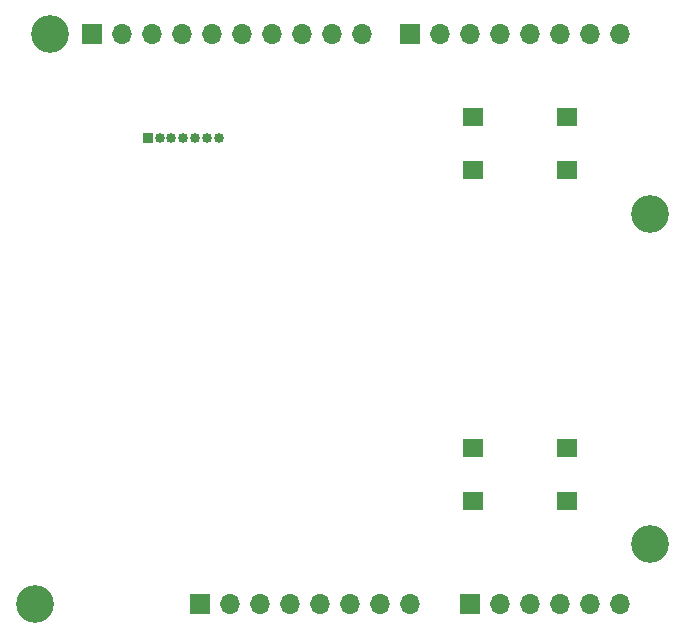
<source format=gbr>
%TF.GenerationSoftware,KiCad,Pcbnew,9.0.6*%
%TF.CreationDate,2025-12-02T16:19:02+01:00*%
%TF.ProjectId,new pcb,6e657720-7063-4622-9e6b-696361645f70,rev?*%
%TF.SameCoordinates,Original*%
%TF.FileFunction,Soldermask,Top*%
%TF.FilePolarity,Negative*%
%FSLAX46Y46*%
G04 Gerber Fmt 4.6, Leading zero omitted, Abs format (unit mm)*
G04 Created by KiCad (PCBNEW 9.0.6) date 2025-12-02 16:19:02*
%MOMM*%
%LPD*%
G01*
G04 APERTURE LIST*
G04 Aperture macros list*
%AMRoundRect*
0 Rectangle with rounded corners*
0 $1 Rounding radius*
0 $2 $3 $4 $5 $6 $7 $8 $9 X,Y pos of 4 corners*
0 Add a 4 corners polygon primitive as box body*
4,1,4,$2,$3,$4,$5,$6,$7,$8,$9,$2,$3,0*
0 Add four circle primitives for the rounded corners*
1,1,$1+$1,$2,$3*
1,1,$1+$1,$4,$5*
1,1,$1+$1,$6,$7*
1,1,$1+$1,$8,$9*
0 Add four rect primitives between the rounded corners*
20,1,$1+$1,$2,$3,$4,$5,0*
20,1,$1+$1,$4,$5,$6,$7,0*
20,1,$1+$1,$6,$7,$8,$9,0*
20,1,$1+$1,$8,$9,$2,$3,0*%
G04 Aperture macros list end*
%ADD10RoundRect,0.102000X-0.775000X-0.650000X0.775000X-0.650000X0.775000X0.650000X-0.775000X0.650000X0*%
%ADD11R,1.700000X1.700000*%
%ADD12O,1.700000X1.700000*%
%ADD13C,3.200000*%
%ADD14R,0.850000X0.850000*%
%ADD15C,0.850000*%
G04 APERTURE END LIST*
D10*
%TO.C,S2*%
X151025000Y-84250000D03*
X158975000Y-84250000D03*
X151025000Y-88750000D03*
X158975000Y-88750000D03*
%TD*%
%TO.C,S1*%
X151025000Y-56250000D03*
X158975000Y-56250000D03*
X151025000Y-60750000D03*
X158975000Y-60750000D03*
%TD*%
D11*
%TO.C,J1*%
X127940000Y-97460000D03*
D12*
X130480000Y-97460000D03*
X133020000Y-97460000D03*
X135560000Y-97460000D03*
X138100000Y-97460000D03*
X140640000Y-97460000D03*
X143180000Y-97460000D03*
X145720000Y-97460000D03*
%TD*%
D11*
%TO.C,J3*%
X150800000Y-97460000D03*
D12*
X153340000Y-97460000D03*
X155880000Y-97460000D03*
X158420000Y-97460000D03*
X160960000Y-97460000D03*
X163500000Y-97460000D03*
%TD*%
D11*
%TO.C,J2*%
X118796000Y-49200000D03*
D12*
X121336000Y-49200000D03*
X123876000Y-49200000D03*
X126416000Y-49200000D03*
X128956000Y-49200000D03*
X131496000Y-49200000D03*
X134036000Y-49200000D03*
X136576000Y-49200000D03*
X139116000Y-49200000D03*
X141656000Y-49200000D03*
%TD*%
D11*
%TO.C,J4*%
X145720000Y-49200000D03*
D12*
X148260000Y-49200000D03*
X150800000Y-49200000D03*
X153340000Y-49200000D03*
X155880000Y-49200000D03*
X158420000Y-49200000D03*
X160960000Y-49200000D03*
X163500000Y-49200000D03*
%TD*%
D13*
%TO.C,MH1*%
X115240000Y-49200000D03*
%TD*%
%TO.C,MH2*%
X113970000Y-97460000D03*
%TD*%
%TO.C,MH3*%
X166040000Y-64440000D03*
%TD*%
%TO.C,MH4*%
X166040000Y-92380000D03*
%TD*%
D14*
%TO.C,J5*%
X123500000Y-58000000D03*
D15*
X124500000Y-58000000D03*
X125500000Y-58000000D03*
X126500000Y-58000000D03*
X127500000Y-58000000D03*
X128500000Y-58000000D03*
X129500000Y-58000000D03*
%TD*%
M02*

</source>
